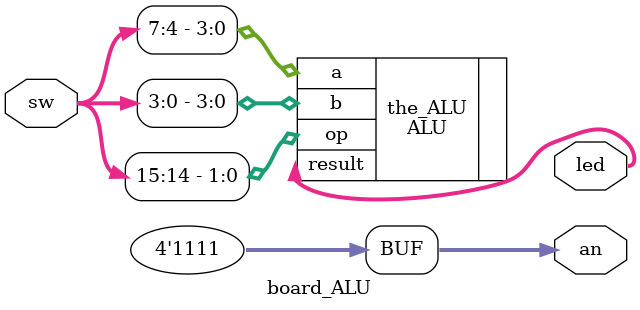
<source format=v>
`timescale 1ns / 1ps


module board_ALU(
    input [15:0] sw,
    output [7:0] led,
    output [3:0] an
    );
    assign an=4'b1111;
    ALU the_ALU(.a(sw[7:4]),.b(sw[3:0]),.op(sw[15:14]),.result(led));
endmodule

</source>
